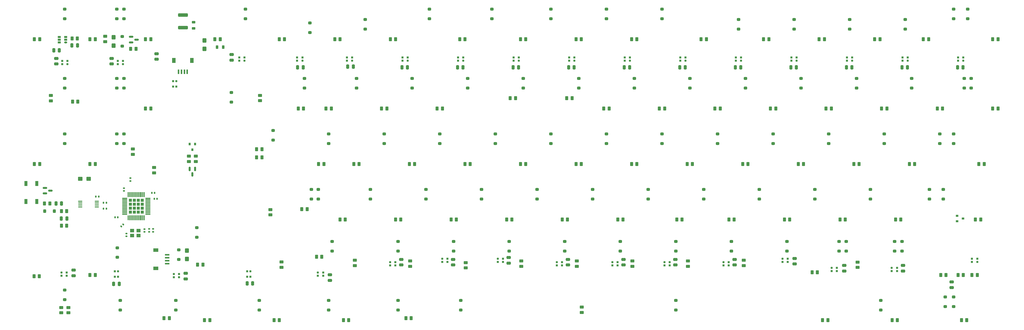
<source format=gbr>
%TF.GenerationSoftware,KiCad,Pcbnew,(6.0.0-0)*%
%TF.CreationDate,2022-01-01T21:21:08+01:00*%
%TF.ProjectId,athena,61746865-6e61-42e6-9b69-6361645f7063,V1.0.6*%
%TF.SameCoordinates,PX15cf7a1dPY4fa0663*%
%TF.FileFunction,Paste,Top*%
%TF.FilePolarity,Positive*%
%FSLAX46Y46*%
G04 Gerber Fmt 4.6, Leading zero omitted, Abs format (unit mm)*
G04 Created by KiCad (PCBNEW (6.0.0-0)) date 2022-01-01 21:21:08*
%MOMM*%
%LPD*%
G01*
G04 APERTURE LIST*
G04 Aperture macros list*
%AMRoundRect*
0 Rectangle with rounded corners*
0 $1 Rounding radius*
0 $2 $3 $4 $5 $6 $7 $8 $9 X,Y pos of 4 corners*
0 Add a 4 corners polygon primitive as box body*
4,1,4,$2,$3,$4,$5,$6,$7,$8,$9,$2,$3,0*
0 Add four circle primitives for the rounded corners*
1,1,$1+$1,$2,$3*
1,1,$1+$1,$4,$5*
1,1,$1+$1,$6,$7*
1,1,$1+$1,$8,$9*
0 Add four rect primitives between the rounded corners*
20,1,$1+$1,$2,$3,$4,$5,0*
20,1,$1+$1,$4,$5,$6,$7,0*
20,1,$1+$1,$6,$7,$8,$9,0*
20,1,$1+$1,$8,$9,$2,$3,0*%
G04 Aperture macros list end*
%ADD10RoundRect,0.250000X0.350000X-0.250000X0.350000X0.250000X-0.350000X0.250000X-0.350000X-0.250000X0*%
%ADD11RoundRect,0.175000X-0.175000X-0.175000X0.175000X-0.175000X0.175000X0.175000X-0.175000X0.175000X0*%
%ADD12R,0.700000X0.700000*%
%ADD13RoundRect,0.250000X0.250000X0.350000X-0.250000X0.350000X-0.250000X-0.350000X0.250000X-0.350000X0*%
%ADD14R,1.550000X0.600000*%
%ADD15R,1.800000X1.200000*%
%ADD16RoundRect,0.250000X0.475000X-0.250000X0.475000X0.250000X-0.475000X0.250000X-0.475000X-0.250000X0*%
%ADD17RoundRect,0.250000X0.262500X0.450000X-0.262500X0.450000X-0.262500X-0.450000X0.262500X-0.450000X0*%
%ADD18RoundRect,0.250000X-0.262500X-0.450000X0.262500X-0.450000X0.262500X0.450000X-0.262500X0.450000X0*%
%ADD19RoundRect,0.250000X-0.350000X0.250000X-0.350000X-0.250000X0.350000X-0.250000X0.350000X0.250000X0*%
%ADD20RoundRect,0.250000X-0.475000X0.250000X-0.475000X-0.250000X0.475000X-0.250000X0.475000X0.250000X0*%
%ADD21RoundRect,0.250000X-0.250000X-0.475000X0.250000X-0.475000X0.250000X0.475000X-0.250000X0.475000X0*%
%ADD22RoundRect,0.250000X-0.450000X0.262500X-0.450000X-0.262500X0.450000X-0.262500X0.450000X0.262500X0*%
%ADD23RoundRect,0.150000X-0.150000X0.587500X-0.150000X-0.587500X0.150000X-0.587500X0.150000X0.587500X0*%
%ADD24RoundRect,0.175000X0.175000X0.175000X-0.175000X0.175000X-0.175000X-0.175000X0.175000X-0.175000X0*%
%ADD25R,1.100000X1.800000*%
%ADD26RoundRect,0.175000X0.175000X-0.175000X0.175000X0.175000X-0.175000X0.175000X-0.175000X-0.175000X0*%
%ADD27RoundRect,0.250000X0.450000X-0.262500X0.450000X0.262500X-0.450000X0.262500X-0.450000X-0.262500X0*%
%ADD28RoundRect,0.250000X0.425000X-0.537500X0.425000X0.537500X-0.425000X0.537500X-0.425000X-0.537500X0*%
%ADD29RoundRect,0.135000X0.185000X-0.135000X0.185000X0.135000X-0.185000X0.135000X-0.185000X-0.135000X0*%
%ADD30RoundRect,0.250000X0.537500X0.425000X-0.537500X0.425000X-0.537500X-0.425000X0.537500X-0.425000X0*%
%ADD31R,0.600000X1.550000*%
%ADD32R,1.200000X1.800000*%
%ADD33R,1.400000X1.200000*%
%ADD34RoundRect,0.140000X-0.170000X0.140000X-0.170000X-0.140000X0.170000X-0.140000X0.170000X0.140000X0*%
%ADD35RoundRect,0.140000X0.140000X0.170000X-0.140000X0.170000X-0.140000X-0.170000X0.140000X-0.170000X0*%
%ADD36RoundRect,0.250000X1.450000X-0.312500X1.450000X0.312500X-1.450000X0.312500X-1.450000X-0.312500X0*%
%ADD37RoundRect,0.250000X0.250000X0.475000X-0.250000X0.475000X-0.250000X-0.475000X0.250000X-0.475000X0*%
%ADD38RoundRect,0.250000X0.300000X-0.300000X0.300000X0.300000X-0.300000X0.300000X-0.300000X-0.300000X0*%
%ADD39RoundRect,0.150000X0.000000X-0.750000X0.000000X0.750000X0.000000X0.750000X0.000000X-0.750000X0*%
%ADD40R,0.300000X1.800000*%
%ADD41R,1.800000X0.300000*%
%ADD42RoundRect,0.200000X-0.537500X0.000000X0.537500X0.000000X0.537500X0.000000X-0.537500X0.000000X0*%
%ADD43R,1.475000X0.400000*%
%ADD44R,0.800000X0.900000*%
%ADD45RoundRect,0.218750X-0.218750X-0.381250X0.218750X-0.381250X0.218750X0.381250X-0.218750X0.381250X0*%
%ADD46RoundRect,0.150000X-0.587500X-0.150000X0.587500X-0.150000X0.587500X0.150000X-0.587500X0.150000X0*%
%ADD47RoundRect,0.250000X-0.425000X0.537500X-0.425000X-0.537500X0.425000X-0.537500X0.425000X0.537500X0*%
%ADD48RoundRect,0.325000X0.205000X0.000000X-0.205000X0.000000X-0.205000X0.000000X0.205000X0.000000X0*%
%ADD49R,1.060000X0.650000*%
%ADD50RoundRect,0.218750X0.381250X-0.218750X0.381250X0.218750X-0.381250X0.218750X-0.381250X-0.218750X0*%
%ADD51RoundRect,0.140000X-0.021213X0.219203X-0.219203X0.021213X0.021213X-0.219203X0.219203X-0.021213X0*%
%ADD52RoundRect,0.135000X0.135000X0.185000X-0.135000X0.185000X-0.135000X-0.185000X0.135000X-0.185000X0*%
%ADD53R,0.900000X0.800000*%
G04 APERTURE END LIST*
D10*
%TO.C,D46*%
X193278124Y-85144499D03*
X193278124Y-81844499D03*
%TD*%
%TO.C,D66*%
X146843749Y-108956999D03*
X146843749Y-105656999D03*
%TD*%
D11*
%TO.C,D20*%
X354927499Y-99522624D03*
D12*
X354927499Y-98422624D03*
X353097499Y-98422624D03*
X353097499Y-99522624D03*
%TD*%
D13*
%TO.C,D3*%
X43218749Y-151158874D03*
X39918749Y-151158874D03*
%TD*%
D10*
%TO.C,D90*%
X323056249Y-147056999D03*
X323056249Y-143756999D03*
%TD*%
D14*
%TO.C,J1*%
X81904999Y-166181999D03*
X81904999Y-167181999D03*
X81904999Y-168181999D03*
X81904999Y-169181999D03*
D15*
X78029999Y-164581999D03*
X78029999Y-170781999D03*
%TD*%
D16*
%TO.C,C19*%
X43918749Y-100644499D03*
X43918749Y-98744499D03*
%TD*%
D17*
%TO.C,R87*%
X354924999Y-173108874D03*
X353099999Y-173108874D03*
%TD*%
%TO.C,R38*%
X271581249Y-115958874D03*
X269756249Y-115958874D03*
%TD*%
D16*
%TO.C,C22*%
X104000000Y-99350000D03*
X104000000Y-97450000D03*
%TD*%
D18*
%TO.C,R100*%
X354290624Y-188586999D03*
X356115624Y-188586999D03*
%TD*%
D19*
%TO.C,D1*%
X85906249Y-164444499D03*
X85906249Y-167744499D03*
%TD*%
D17*
%TO.C,R81*%
X162043749Y-154058874D03*
X160218749Y-154058874D03*
%TD*%
%TO.C,R66*%
X57268749Y-135008874D03*
X55443749Y-135008874D03*
%TD*%
D11*
%TO.C,D15*%
X259677499Y-99522624D03*
D12*
X259677499Y-98422624D03*
X257847499Y-98422624D03*
X257847499Y-99522624D03*
%TD*%
D18*
%TO.C,R102*%
X306665624Y-188586999D03*
X308490624Y-188586999D03*
%TD*%
D17*
%TO.C,R56*%
X262056249Y-135008874D03*
X260231249Y-135008874D03*
%TD*%
D10*
%TO.C,D59*%
X280193749Y-108956999D03*
X280193749Y-105656999D03*
%TD*%
D20*
%TO.C,C49*%
X88300000Y-172544019D03*
X88300000Y-174444019D03*
%TD*%
D10*
%TO.C,D55*%
X355203124Y-108956999D03*
X355203124Y-105656999D03*
%TD*%
%TO.C,D37*%
X356393749Y-85144499D03*
X356393749Y-81844499D03*
%TD*%
D21*
%TO.C,C26*%
X181500000Y-101800000D03*
X183400000Y-101800000D03*
%TD*%
D17*
%TO.C,R63*%
X135686749Y-135008874D03*
X133861749Y-135008874D03*
%TD*%
D20*
%TO.C,C42*%
X238350000Y-167744499D03*
X238350000Y-169644499D03*
%TD*%
D17*
%TO.C,R42*%
X201381249Y-112386999D03*
X199556249Y-112386999D03*
%TD*%
D22*
%TO.C,R95*%
X146300000Y-168031999D03*
X146300000Y-169856999D03*
%TD*%
%TO.C,R15*%
X91768749Y-132316374D03*
X91768749Y-134141374D03*
%TD*%
D10*
%TO.C,D104*%
X333918749Y-164916374D03*
X333918749Y-161616374D03*
%TD*%
%TO.C,D83*%
X137318749Y-128006999D03*
X137318749Y-124706999D03*
%TD*%
%TO.C,D86*%
X64690624Y-128006999D03*
X64690624Y-124706999D03*
%TD*%
%TO.C,D62*%
X223043749Y-108956999D03*
X223043749Y-105656999D03*
%TD*%
%TO.C,D110*%
X237331249Y-164916374D03*
X237331249Y-161616374D03*
%TD*%
D23*
%TO.C,Q2*%
X91518749Y-136691374D03*
X89618749Y-136691374D03*
X90568749Y-138566374D03*
%TD*%
D24*
%TO.C,D25*%
X272663124Y-168669499D03*
D12*
X272663124Y-169769499D03*
X274493124Y-169769499D03*
X274493124Y-168669499D03*
%TD*%
D25*
%TO.C,SW1*%
X33518749Y-141658874D03*
X33518749Y-147858874D03*
X37218749Y-141658874D03*
X37218749Y-147858874D03*
%TD*%
D10*
%TO.C,D73*%
X327818749Y-128006999D03*
X327818749Y-124706999D03*
%TD*%
%TO.C,D79*%
X213518749Y-128006999D03*
X213518749Y-124706999D03*
%TD*%
D18*
%TO.C,R101*%
X330478124Y-188586999D03*
X332303124Y-188586999D03*
%TD*%
D17*
%TO.C,R18*%
X326349999Y-92146374D03*
X324524999Y-92146374D03*
%TD*%
D20*
%TO.C,C46*%
X162150000Y-167744499D03*
X162150000Y-169644499D03*
%TD*%
D10*
%TO.C,D116*%
X92074999Y-160153874D03*
X92074999Y-156853874D03*
%TD*%
D18*
%TO.C,R110*%
X80856249Y-187958874D03*
X82681249Y-187958874D03*
%TD*%
D26*
%TO.C,D33*%
X110484374Y-171876374D03*
D12*
X109384374Y-171876374D03*
X109384374Y-173706374D03*
X110484374Y-173706374D03*
%TD*%
D21*
%TO.C,C28*%
X219600000Y-101800000D03*
X221500000Y-101800000D03*
%TD*%
D10*
%TO.C,D103*%
X331318749Y-164916374D03*
X331318749Y-161616374D03*
%TD*%
D24*
%TO.C,D26*%
X252422499Y-168669499D03*
D12*
X252422499Y-169769499D03*
X254252499Y-169769499D03*
X254252499Y-168669499D03*
%TD*%
D10*
%TO.C,D80*%
X194468749Y-128006999D03*
X194468749Y-124706999D03*
%TD*%
D16*
%TO.C,C21*%
X78318749Y-99044499D03*
X78318749Y-97144499D03*
%TD*%
D18*
%TO.C,R12*%
X45656249Y-156189499D03*
X47481249Y-156189499D03*
%TD*%
D21*
%TO.C,C25*%
X162450000Y-101800000D03*
X164350000Y-101800000D03*
%TD*%
D18*
%TO.C,R3*%
X49293749Y-91906999D03*
X51118749Y-91906999D03*
%TD*%
D10*
%TO.C,D87*%
X46831249Y-128006999D03*
X46831249Y-124706999D03*
%TD*%
D24*
%TO.C,D34*%
X84185000Y-172794499D03*
D12*
X84185000Y-173894499D03*
X86015000Y-173894499D03*
X86015000Y-172794499D03*
%TD*%
D10*
%TO.C,D107*%
X294481249Y-164916374D03*
X294481249Y-161616374D03*
%TD*%
%TO.C,D128*%
X46831249Y-181585124D03*
X46831249Y-178285124D03*
%TD*%
D11*
%TO.C,D16*%
X278727499Y-99522624D03*
D12*
X278727499Y-98422624D03*
X276897499Y-98422624D03*
X276897499Y-99522624D03*
%TD*%
D10*
%TO.C,D40*%
X315912499Y-88716374D03*
X315912499Y-85416374D03*
%TD*%
%TO.C,D114*%
X161131249Y-164916374D03*
X161131249Y-161616374D03*
%TD*%
%TO.C,D44*%
X232568749Y-85144499D03*
X232568749Y-81844499D03*
%TD*%
%TO.C,D49*%
X130841749Y-89906999D03*
X130841749Y-86606999D03*
%TD*%
D17*
%TO.C,R78*%
X276343749Y-154058874D03*
X274518749Y-154058874D03*
%TD*%
%TO.C,R62*%
X147756249Y-135008874D03*
X145931249Y-135008874D03*
%TD*%
D11*
%TO.C,D11*%
X183477499Y-99522624D03*
D12*
X183477499Y-98422624D03*
X181647499Y-98422624D03*
X181647499Y-99522624D03*
%TD*%
D27*
%TO.C,R90*%
X260481249Y-170131999D03*
X260481249Y-168306999D03*
%TD*%
%TO.C,R8*%
X60718749Y-93006999D03*
X60718749Y-91181999D03*
%TD*%
D17*
%TO.C,R48*%
X76318749Y-115958874D03*
X74493749Y-115958874D03*
%TD*%
D28*
%TO.C,C13*%
X63518749Y-94331999D03*
X63518749Y-91456999D03*
%TD*%
D17*
%TO.C,R7*%
X71231249Y-95494499D03*
X69406249Y-95494499D03*
%TD*%
D10*
%TO.C,D56*%
X337184999Y-108956999D03*
X337184999Y-105656999D03*
%TD*%
D29*
%TO.C,R4*%
X69324250Y-140849501D03*
X69324250Y-139829501D03*
%TD*%
D17*
%TO.C,R36*%
X309681249Y-115958874D03*
X307856249Y-115958874D03*
%TD*%
D18*
%TO.C,R10*%
X45656249Y-151158874D03*
X47481249Y-151158874D03*
%TD*%
D21*
%TO.C,C29*%
X238650000Y-101800000D03*
X240550000Y-101800000D03*
%TD*%
D10*
%TO.C,D118*%
X351631249Y-183966374D03*
X351631249Y-180666374D03*
%TD*%
D30*
%TO.C,C9*%
X54961749Y-140089499D03*
X52086749Y-140089499D03*
%TD*%
D10*
%TO.C,D58*%
X299243749Y-108956999D03*
X299243749Y-105656999D03*
%TD*%
D17*
%TO.C,R61*%
X166806249Y-135008874D03*
X164981249Y-135008874D03*
%TD*%
D11*
%TO.C,D7*%
X108468124Y-99522624D03*
D12*
X108468124Y-98422624D03*
X106638124Y-98422624D03*
X106638124Y-99522624D03*
%TD*%
D17*
%TO.C,R74*%
X238243749Y-154058874D03*
X236418749Y-154058874D03*
%TD*%
D11*
%TO.C,D13*%
X221577499Y-99522624D03*
D12*
X221577499Y-98422624D03*
X219747499Y-98422624D03*
X219747499Y-99522624D03*
%TD*%
D10*
%TO.C,D43*%
X251618749Y-85144499D03*
X251618749Y-81844499D03*
%TD*%
D20*
%TO.C,C37*%
X334250000Y-169824251D03*
X334250000Y-171724251D03*
%TD*%
D22*
%TO.C,R84*%
X318650000Y-168661751D03*
X318650000Y-170486751D03*
%TD*%
D10*
%TO.C,D51*%
X67071874Y-85144499D03*
X67071874Y-81844499D03*
%TD*%
D24*
%TO.C,D32*%
X133585000Y-172241374D03*
D12*
X133585000Y-173341374D03*
X135415000Y-173341374D03*
X135415000Y-172241374D03*
%TD*%
D22*
%TO.C,R96*%
X121100000Y-168631999D03*
X121100000Y-170456999D03*
%TD*%
D24*
%TO.C,D31*%
X158363124Y-168669499D03*
D12*
X158363124Y-169769499D03*
X160193124Y-169769499D03*
X160193124Y-168669499D03*
%TD*%
D24*
%TO.C,D22*%
X330335000Y-170621875D03*
D12*
X330335000Y-171721875D03*
X332165000Y-171721875D03*
X332165000Y-170621875D03*
%TD*%
D10*
%TO.C,D68*%
X103981249Y-113719499D03*
X103981249Y-110419499D03*
%TD*%
D31*
%TO.C,J3*%
X88812499Y-103319499D03*
X87812499Y-103319499D03*
X86812499Y-103319499D03*
X85812499Y-103319499D03*
D32*
X90412499Y-99444499D03*
X84212499Y-99444499D03*
%TD*%
D10*
%TO.C,D101*%
X133746874Y-147056999D03*
X133746874Y-143756999D03*
%TD*%
%TO.C,D94*%
X246856249Y-147056999D03*
X246856249Y-143756999D03*
%TD*%
D18*
%TO.C,R107*%
X94734374Y-188586999D03*
X96559374Y-188586999D03*
%TD*%
D11*
%TO.C,D19*%
X335877499Y-99522624D03*
D12*
X335877499Y-98422624D03*
X334047499Y-98422624D03*
X334047499Y-99522624D03*
%TD*%
D17*
%TO.C,R53*%
X319206249Y-135008874D03*
X317381249Y-135008874D03*
%TD*%
%TO.C,R59*%
X204906249Y-135008874D03*
X203081249Y-135008874D03*
%TD*%
D24*
%TO.C,D28*%
X215513124Y-168669499D03*
D12*
X215513124Y-169769499D03*
X217343124Y-169769499D03*
X217343124Y-168669499D03*
%TD*%
D21*
%TO.C,C30*%
X257700000Y-101800000D03*
X259600000Y-101800000D03*
%TD*%
D20*
%TO.C,C36*%
X350900000Y-175506999D03*
X350900000Y-177406999D03*
%TD*%
D33*
%TO.C,Y1*%
X72111749Y-157889499D03*
X69911749Y-157889499D03*
X69911749Y-159589499D03*
X72111749Y-159589499D03*
%TD*%
D11*
%TO.C,D4*%
X47746249Y-100713249D03*
D12*
X47746249Y-99613249D03*
X45916249Y-99613249D03*
X45916249Y-100713249D03*
%TD*%
D10*
%TO.C,D54*%
X357584374Y-108956999D03*
X357584374Y-105656999D03*
%TD*%
D22*
%TO.C,R103*%
X224050653Y-184114332D03*
X224050653Y-185939332D03*
%TD*%
D20*
%TO.C,C44*%
X199059375Y-167106999D03*
X199059375Y-169006999D03*
%TD*%
D11*
%TO.C,D14*%
X240627499Y-99522624D03*
D12*
X240627499Y-98422624D03*
X238797499Y-98422624D03*
X238797499Y-99522624D03*
%TD*%
D10*
%TO.C,D120*%
X326628124Y-185156999D03*
X326628124Y-181856999D03*
%TD*%
D17*
%TO.C,R72*%
X295393749Y-154058874D03*
X293568749Y-154058874D03*
%TD*%
%TO.C,R80*%
X181093749Y-154058874D03*
X179268749Y-154058874D03*
%TD*%
D10*
%TO.C,D126*%
X84931249Y-185156999D03*
X84931249Y-181856999D03*
%TD*%
D17*
%TO.C,R25*%
X184078249Y-92146374D03*
X182253249Y-92146374D03*
%TD*%
D34*
%TO.C,C15*%
X74124249Y-157339499D03*
X74124249Y-158299499D03*
%TD*%
D10*
%TO.C,D69*%
X64690624Y-108956999D03*
X64690624Y-105656999D03*
%TD*%
D18*
%TO.C,R19*%
X305474999Y-92146374D03*
X307299999Y-92146374D03*
%TD*%
D17*
%TO.C,R88*%
X304881249Y-172158874D03*
X303056249Y-172158874D03*
%TD*%
%TO.C,R70*%
X333493749Y-154058874D03*
X331668749Y-154058874D03*
%TD*%
D35*
%TO.C,C17*%
X77604249Y-144889499D03*
X76644249Y-144889499D03*
%TD*%
D17*
%TO.C,R67*%
X38218749Y-135008874D03*
X36393749Y-135008874D03*
%TD*%
D18*
%TO.C,R20*%
X286424999Y-92146374D03*
X288249999Y-92146374D03*
%TD*%
D36*
%TO.C,F1*%
X87325172Y-88162228D03*
X87325172Y-83887228D03*
%TD*%
D17*
%TO.C,R58*%
X223956249Y-135008874D03*
X222131249Y-135008874D03*
%TD*%
%TO.C,R29*%
X57268749Y-92146374D03*
X55443749Y-92146374D03*
%TD*%
D28*
%TO.C,C12*%
X94700000Y-95437500D03*
X94700000Y-92562500D03*
%TD*%
D10*
%TO.C,D57*%
X318293749Y-108956999D03*
X318293749Y-105656999D03*
%TD*%
D24*
%TO.C,D27*%
X234563124Y-168669499D03*
D12*
X234563124Y-169769499D03*
X236393124Y-169769499D03*
X236393124Y-168669499D03*
%TD*%
D10*
%TO.C,D53*%
X46831249Y-85144499D03*
X46831249Y-81844499D03*
%TD*%
D34*
%TO.C,C7*%
X67124249Y-143289499D03*
X67124249Y-144249499D03*
%TD*%
D11*
%TO.C,D17*%
X297777499Y-99522624D03*
D12*
X297777499Y-98422624D03*
X295947499Y-98422624D03*
X295947499Y-99522624D03*
%TD*%
D10*
%TO.C,D41*%
X296862499Y-88716374D03*
X296862499Y-85416374D03*
%TD*%
%TO.C,D113*%
X180181249Y-164916374D03*
X180181249Y-161616374D03*
%TD*%
D18*
%TO.C,R105*%
X142359374Y-188586999D03*
X144184374Y-188586999D03*
%TD*%
D27*
%TO.C,R91*%
X222381249Y-170131999D03*
X222381249Y-168306999D03*
%TD*%
%TO.C,R47*%
X113756249Y-113269499D03*
X113756249Y-111444499D03*
%TD*%
D10*
%TO.C,D72*%
X346868749Y-128006999D03*
X346868749Y-124706999D03*
%TD*%
D17*
%TO.C,R31*%
X76318749Y-92146374D03*
X74493749Y-92146374D03*
%TD*%
D35*
%TO.C,C5*%
X65004249Y-153289499D03*
X64044249Y-153289499D03*
%TD*%
D34*
%TO.C,C10*%
X77124249Y-157309499D03*
X77124249Y-158269499D03*
%TD*%
D11*
%TO.C,D21*%
X359683749Y-168578874D03*
D12*
X359683749Y-167478874D03*
X357853749Y-167478874D03*
X357853749Y-168578874D03*
%TD*%
D10*
%TO.C,D109*%
X256381249Y-164916374D03*
X256381249Y-161616374D03*
%TD*%
%TO.C,D89*%
X343296874Y-147056999D03*
X343296874Y-143756999D03*
%TD*%
D17*
%TO.C,R39*%
X252531249Y-115958874D03*
X250706249Y-115958874D03*
%TD*%
D10*
%TO.C,D85*%
X67071874Y-108956999D03*
X67071874Y-105656999D03*
%TD*%
%TO.C,D102*%
X67071874Y-128006999D03*
X67071874Y-124706999D03*
%TD*%
D17*
%TO.C,R64*%
X114431249Y-132694499D03*
X112606249Y-132694499D03*
%TD*%
D37*
%TO.C,C2*%
X44943749Y-95933249D03*
X43043749Y-95933249D03*
%TD*%
D10*
%TO.C,D52*%
X64690624Y-85144499D03*
X64690624Y-81844499D03*
%TD*%
D11*
%TO.C,D5*%
X66796249Y-100713249D03*
D12*
X66796249Y-99613249D03*
X64966249Y-99613249D03*
X64966249Y-100713249D03*
%TD*%
D10*
%TO.C,D125*%
X113506249Y-185156999D03*
X113506249Y-181856999D03*
%TD*%
D21*
%TO.C,C24*%
X143850000Y-101600000D03*
X145750000Y-101600000D03*
%TD*%
D10*
%TO.C,D112*%
X199231249Y-164916374D03*
X199231249Y-161616374D03*
%TD*%
D17*
%TO.C,R24*%
X204906249Y-92146374D03*
X203081249Y-92146374D03*
%TD*%
D10*
%TO.C,D74*%
X308768749Y-128006999D03*
X308768749Y-124706999D03*
%TD*%
D11*
%TO.C,D12*%
X202527499Y-99522624D03*
D12*
X202527499Y-98422624D03*
X200697499Y-98422624D03*
X200697499Y-99522624D03*
%TD*%
D38*
%TO.C,U4*%
X73364249Y-148809499D03*
X72004249Y-148809499D03*
X69284249Y-151529499D03*
X70644249Y-151529499D03*
X70644249Y-148809499D03*
X73364249Y-147449499D03*
X69284249Y-147449499D03*
X70644249Y-150169499D03*
X72004249Y-147449499D03*
X69284249Y-150169499D03*
X70644249Y-147449499D03*
X69284249Y-148809499D03*
X73364249Y-151529499D03*
X72004249Y-151529499D03*
X73364249Y-150169499D03*
X72004249Y-150169499D03*
D39*
X68574249Y-153489499D03*
D40*
X69074249Y-153489499D03*
X69574249Y-153489499D03*
X70074249Y-153489499D03*
X70574249Y-153489499D03*
X71074249Y-153489499D03*
X71574249Y-153489499D03*
X72074249Y-153489499D03*
X72574249Y-153489499D03*
X73074249Y-153489499D03*
X73574249Y-153489499D03*
X74074249Y-153489499D03*
D41*
X75324249Y-152239499D03*
X75324249Y-151739499D03*
X75324249Y-151239499D03*
X75324249Y-150739499D03*
X75324249Y-150239499D03*
X75324249Y-149739499D03*
X75324249Y-149239499D03*
X75324249Y-148739499D03*
X75324249Y-148239499D03*
X75324249Y-147739499D03*
X75324249Y-147239499D03*
X75324249Y-146739499D03*
D40*
X74074249Y-145489499D03*
X73574249Y-145489499D03*
X73074249Y-145489499D03*
X72574249Y-145489499D03*
X72074249Y-145489499D03*
X71574249Y-145489499D03*
X71074249Y-145489499D03*
X70574249Y-145489499D03*
X70074249Y-145489499D03*
X69574249Y-145489499D03*
X69074249Y-145489499D03*
X68574249Y-145489499D03*
D41*
X67324249Y-146739499D03*
X67324249Y-147239499D03*
X67324249Y-147739499D03*
X67324249Y-148239499D03*
X67324249Y-148739499D03*
X67324249Y-149239499D03*
X67324249Y-149739499D03*
X67324249Y-150239499D03*
X67324249Y-150739499D03*
X67324249Y-151239499D03*
X67324249Y-151739499D03*
X67324249Y-152239499D03*
%TD*%
D34*
%TO.C,C11*%
X75724249Y-157309499D03*
X75724249Y-158269499D03*
%TD*%
D10*
%TO.C,D42*%
X277812499Y-88716374D03*
X277812499Y-85416374D03*
%TD*%
D27*
%TO.C,R93*%
X184300000Y-170656999D03*
X184300000Y-168831999D03*
%TD*%
D21*
%TO.C,C27*%
X200550000Y-101800000D03*
X202450000Y-101800000D03*
%TD*%
D18*
%TO.C,R68*%
X112606249Y-129894499D03*
X114431249Y-129894499D03*
%TD*%
D22*
%TO.C,R82*%
X117300000Y-150631999D03*
X117300000Y-152456999D03*
%TD*%
D10*
%TO.C,D121*%
X256381249Y-185156999D03*
X256381249Y-181856999D03*
%TD*%
%TO.C,D127*%
X65881249Y-185156999D03*
X65881249Y-181856999D03*
%TD*%
D11*
%TO.C,D10*%
X164427499Y-99522624D03*
D12*
X164427499Y-98422624D03*
X162597499Y-98422624D03*
X162597499Y-99522624D03*
%TD*%
D10*
%TO.C,D124*%
X137318749Y-185156999D03*
X137318749Y-181856999D03*
%TD*%
%TO.C,D71*%
X351631249Y-128006999D03*
X351631249Y-124706999D03*
%TD*%
D35*
%TO.C,C3*%
X58454277Y-146139500D03*
X57494277Y-146139500D03*
%TD*%
D34*
%TO.C,C16*%
X67924249Y-158859499D03*
X67924249Y-159819499D03*
%TD*%
D18*
%TO.C,R104*%
X163790624Y-187894499D03*
X165615624Y-187894499D03*
%TD*%
D21*
%TO.C,C32*%
X295800000Y-101800000D03*
X297700000Y-101800000D03*
%TD*%
D10*
%TO.C,D111*%
X218281249Y-164916374D03*
X218281249Y-161616374D03*
%TD*%
D20*
%TO.C,C41*%
X256209375Y-167744499D03*
X256209375Y-169644499D03*
%TD*%
D17*
%TO.C,R69*%
X360887498Y-154058874D03*
X359062498Y-154058874D03*
%TD*%
%TO.C,R32*%
X38218749Y-92146374D03*
X36393749Y-92146374D03*
%TD*%
D27*
%TO.C,R109*%
X45640624Y-186064503D03*
X45640624Y-184239503D03*
%TD*%
D10*
%TO.C,D119*%
X348718749Y-183966374D03*
X348718749Y-180666374D03*
%TD*%
D17*
%TO.C,R23*%
X223956249Y-92146374D03*
X222131249Y-92146374D03*
%TD*%
%TO.C,R13*%
X38081249Y-173558874D03*
X36256249Y-173558874D03*
%TD*%
D42*
%TO.C,U3*%
X52111777Y-147764500D03*
D43*
X52111777Y-148414500D03*
X52111777Y-149064500D03*
X52111777Y-149714500D03*
X57836777Y-149714500D03*
X57836777Y-149064500D03*
X57836777Y-148414500D03*
X57836777Y-147764500D03*
%TD*%
D44*
%TO.C,Q3*%
X91524998Y-128133662D03*
X89624998Y-128133662D03*
X90574998Y-130133662D03*
%TD*%
D27*
%TO.C,R50*%
X42068749Y-113299499D03*
X42068749Y-111474499D03*
%TD*%
D17*
%TO.C,R51*%
X362068749Y-135008874D03*
X360243749Y-135008874D03*
%TD*%
D10*
%TO.C,D75*%
X289718749Y-128006999D03*
X289718749Y-124706999D03*
%TD*%
%TO.C,D78*%
X232568749Y-128006999D03*
X232568749Y-124706999D03*
%TD*%
D45*
%TO.C,FB2*%
X99017499Y-94881999D03*
X101142499Y-94881999D03*
%TD*%
D10*
%TO.C,D38*%
X351631249Y-85144499D03*
X351631249Y-81844499D03*
%TD*%
D26*
%TO.C,D35*%
X65050000Y-171876374D03*
D12*
X63950000Y-171876374D03*
X63950000Y-173706374D03*
X65050000Y-173706374D03*
%TD*%
D22*
%TO.C,R6*%
X77406249Y-136194499D03*
X77406249Y-138019499D03*
%TD*%
D17*
%TO.C,R22*%
X243006249Y-92146374D03*
X241181249Y-92146374D03*
%TD*%
%TO.C,R55*%
X281106249Y-135008874D03*
X279281249Y-135008874D03*
%TD*%
%TO.C,R26*%
X160265749Y-92146374D03*
X158440749Y-92146374D03*
%TD*%
D20*
%TO.C,C51*%
X49800000Y-171424251D03*
X49800000Y-173324251D03*
%TD*%
D10*
%TO.C,D84*%
X118268749Y-126816374D03*
X118268749Y-123516374D03*
%TD*%
%TO.C,D70*%
X46831249Y-108956999D03*
X46831249Y-105656999D03*
%TD*%
D17*
%TO.C,R98*%
X57268749Y-173108874D03*
X55443749Y-173108874D03*
%TD*%
D46*
%TO.C,U5*%
X69581249Y-91344499D03*
X69581249Y-93244499D03*
X71456249Y-92294499D03*
%TD*%
D17*
%TO.C,R45*%
X138231249Y-115958874D03*
X136406249Y-115958874D03*
%TD*%
D10*
%TO.C,D63*%
X203993749Y-108956999D03*
X203993749Y-105656999D03*
%TD*%
D21*
%TO.C,C34*%
X333900000Y-101800000D03*
X335800000Y-101800000D03*
%TD*%
D10*
%TO.C,D77*%
X251618749Y-128006999D03*
X251618749Y-124706999D03*
%TD*%
%TO.C,D92*%
X284956249Y-147056999D03*
X284956249Y-143756999D03*
%TD*%
D17*
%TO.C,R21*%
X266818749Y-92146374D03*
X264993749Y-92146374D03*
%TD*%
%TO.C,R28*%
X122165749Y-92146374D03*
X120340749Y-92146374D03*
%TD*%
%TO.C,R76*%
X142993749Y-154058874D03*
X141168749Y-154058874D03*
%TD*%
%TO.C,R44*%
X157281249Y-115958874D03*
X155456249Y-115958874D03*
%TD*%
D47*
%TO.C,C6*%
X88700000Y-164706999D03*
X88700000Y-167581999D03*
%TD*%
D17*
%TO.C,R49*%
X51315624Y-113577624D03*
X49490624Y-113577624D03*
%TD*%
D21*
%TO.C,C31*%
X276750000Y-101800000D03*
X278650000Y-101800000D03*
%TD*%
D20*
%TO.C,C43*%
X219300000Y-167744499D03*
X219300000Y-169644499D03*
%TD*%
D24*
%TO.C,D36*%
X45666249Y-172241374D03*
D12*
X45666249Y-173341374D03*
X47496249Y-173341374D03*
X47496249Y-172241374D03*
%TD*%
D17*
%TO.C,R86*%
X359687499Y-173108874D03*
X357862499Y-173108874D03*
%TD*%
%TO.C,R85*%
X134937499Y-166838249D03*
X133112499Y-166838249D03*
%TD*%
%TO.C,R73*%
X258484374Y-154058874D03*
X256659374Y-154058874D03*
%TD*%
D10*
%TO.C,D96*%
X208756249Y-147056999D03*
X208756249Y-143756999D03*
%TD*%
%TO.C,D97*%
X189706249Y-147056999D03*
X189706249Y-143756999D03*
%TD*%
D48*
%TO.C,U1*%
X47106249Y-93294499D03*
D49*
X47106249Y-92344499D03*
X47106249Y-91394499D03*
X44906249Y-91394499D03*
X44906249Y-92344499D03*
X44906249Y-93294499D03*
%TD*%
D21*
%TO.C,C14*%
X45618749Y-153758874D03*
X47518749Y-153758874D03*
%TD*%
D10*
%TO.C,D123*%
X161131249Y-185156999D03*
X161131249Y-181856999D03*
%TD*%
D22*
%TO.C,R14*%
X89368749Y-132316374D03*
X89368749Y-134141374D03*
%TD*%
D37*
%TO.C,C1*%
X51156249Y-94307000D03*
X49256249Y-94307000D03*
%TD*%
D10*
%TO.C,D47*%
X171846874Y-85144499D03*
X171846874Y-81844499D03*
%TD*%
%TO.C,D64*%
X184943749Y-108956999D03*
X184943749Y-105656999D03*
%TD*%
%TO.C,D105*%
X314721874Y-164916374D03*
X314721874Y-161616374D03*
%TD*%
D20*
%TO.C,C47*%
X137700000Y-173028394D03*
X137700000Y-174928394D03*
%TD*%
D10*
%TO.C,D91*%
X304006249Y-147056999D03*
X304006249Y-143756999D03*
%TD*%
D24*
%TO.C,D29*%
X195272499Y-167478874D03*
D12*
X195272499Y-168578874D03*
X197102499Y-168578874D03*
X197102499Y-167478874D03*
%TD*%
D10*
%TO.C,D122*%
X182562499Y-185156999D03*
X182562499Y-181856999D03*
%TD*%
D17*
%TO.C,R60*%
X185856249Y-135008874D03*
X184031249Y-135008874D03*
%TD*%
D10*
%TO.C,D93*%
X265906249Y-147056999D03*
X265906249Y-143756999D03*
%TD*%
D50*
%TO.C,FB1*%
X90968749Y-88421374D03*
X90968749Y-86296374D03*
%TD*%
D24*
%TO.C,D24*%
X292903749Y-167478874D03*
D12*
X292903749Y-168578874D03*
X294733749Y-168578874D03*
X294733749Y-167478874D03*
%TD*%
D17*
%TO.C,R30*%
X100131249Y-92146374D03*
X98306249Y-92146374D03*
%TD*%
D51*
%TO.C,C4*%
X66863660Y-155750088D03*
X66184838Y-156428910D03*
%TD*%
D17*
%TO.C,R75*%
X219193749Y-154058874D03*
X217368749Y-154058874D03*
%TD*%
%TO.C,R37*%
X290631249Y-115958874D03*
X288806249Y-115958874D03*
%TD*%
%TO.C,R40*%
X233481249Y-115958874D03*
X231656249Y-115958874D03*
%TD*%
D21*
%TO.C,C8*%
X43818749Y-148558874D03*
X45718749Y-148558874D03*
%TD*%
D17*
%TO.C,R43*%
X176331249Y-115958874D03*
X174506249Y-115958874D03*
%TD*%
D10*
%TO.C,D100*%
X131365624Y-147056999D03*
X131365624Y-143756999D03*
%TD*%
D52*
%TO.C,R2*%
X61084277Y-148339500D03*
X60064277Y-148339500D03*
%TD*%
D10*
%TO.C,D108*%
X275431249Y-164916374D03*
X275431249Y-161616374D03*
%TD*%
%TO.C,D88*%
X348059374Y-147056999D03*
X348059374Y-143756999D03*
%TD*%
D17*
%TO.C,R83*%
X348971874Y-173108874D03*
X347146874Y-173108874D03*
%TD*%
D10*
%TO.C,D67*%
X128984374Y-108956999D03*
X128984374Y-105656999D03*
%TD*%
D11*
%TO.C,D9*%
X145377499Y-99522624D03*
D12*
X145377499Y-98422624D03*
X143547499Y-98422624D03*
X143547499Y-99522624D03*
%TD*%
D17*
%TO.C,R35*%
X328731249Y-115958874D03*
X326906249Y-115958874D03*
%TD*%
D27*
%TO.C,R89*%
X279637499Y-169886751D03*
X279637499Y-168061751D03*
%TD*%
D10*
%TO.C,D48*%
X149815549Y-88716374D03*
X149815549Y-85416374D03*
%TD*%
D17*
%TO.C,R46*%
X128706249Y-115958874D03*
X126881249Y-115958874D03*
%TD*%
D53*
%TO.C,Q4*%
X352774998Y-152783662D03*
X352774998Y-154683662D03*
X354774998Y-153733662D03*
%TD*%
D10*
%TO.C,D117*%
X64800000Y-167050000D03*
X64800000Y-163750000D03*
%TD*%
D17*
%TO.C,R34*%
X347799999Y-115958874D03*
X345974999Y-115958874D03*
%TD*%
D27*
%TO.C,R108*%
X48021874Y-186064503D03*
X48021874Y-184239503D03*
%TD*%
D18*
%TO.C,R106*%
X118546874Y-188586999D03*
X120371874Y-188586999D03*
%TD*%
D22*
%TO.C,R94*%
X165231249Y-168306999D03*
X165231249Y-170131999D03*
%TD*%
D27*
%TO.C,R92*%
X203331249Y-170131999D03*
X203331249Y-168306999D03*
%TD*%
D10*
%TO.C,D76*%
X270668749Y-128006999D03*
X270668749Y-124706999D03*
%TD*%
D17*
%TO.C,R57*%
X243006249Y-135008874D03*
X241181249Y-135008874D03*
%TD*%
D21*
%TO.C,C35*%
X352950000Y-101800000D03*
X354850000Y-101800000D03*
%TD*%
D17*
%TO.C,R17*%
X343018749Y-92146374D03*
X341193749Y-92146374D03*
%TD*%
D10*
%TO.C,D98*%
X170656249Y-147056999D03*
X170656249Y-143756999D03*
%TD*%
D37*
%TO.C,C50*%
X65470001Y-176144499D03*
X63570001Y-176144499D03*
%TD*%
D21*
%TO.C,C23*%
X126650000Y-101800000D03*
X128550000Y-101800000D03*
%TD*%
D19*
%TO.C,D2*%
X66518749Y-91244499D03*
X66518749Y-94544499D03*
%TD*%
D27*
%TO.C,R99*%
X241431249Y-170131999D03*
X241431249Y-168306999D03*
%TD*%
D10*
%TO.C,D81*%
X175418749Y-128006999D03*
X175418749Y-124706999D03*
%TD*%
D17*
%TO.C,R27*%
X141215749Y-92146374D03*
X139390749Y-92146374D03*
%TD*%
D20*
%TO.C,C45*%
X180009375Y-167744499D03*
X180009375Y-169644499D03*
%TD*%
D10*
%TO.C,D65*%
X165893749Y-108956999D03*
X165893749Y-105656999D03*
%TD*%
%TO.C,D50*%
X108743749Y-85144499D03*
X108743749Y-81844499D03*
%TD*%
D37*
%TO.C,C48*%
X111250000Y-175944499D03*
X109350000Y-175944499D03*
%TD*%
D17*
%TO.C,R77*%
X129896874Y-150486999D03*
X128071874Y-150486999D03*
%TD*%
%TO.C,R52*%
X338256249Y-135008874D03*
X336431249Y-135008874D03*
%TD*%
D20*
%TO.C,C40*%
X276450000Y-167744499D03*
X276450000Y-169644499D03*
%TD*%
D17*
%TO.C,R33*%
X366831249Y-115958874D03*
X365006249Y-115958874D03*
%TD*%
D10*
%TO.C,D106*%
X312340624Y-164916374D03*
X312340624Y-161616374D03*
%TD*%
D17*
%TO.C,R54*%
X300156249Y-135008874D03*
X298331249Y-135008874D03*
%TD*%
D18*
%TO.C,R5*%
X39856249Y-148558874D03*
X41681249Y-148558874D03*
%TD*%
D10*
%TO.C,D115*%
X138509374Y-164916374D03*
X138509374Y-161616374D03*
%TD*%
D20*
%TO.C,C38*%
X314050000Y-169824251D03*
X314050000Y-171724251D03*
%TD*%
D10*
%TO.C,D61*%
X242093749Y-108956999D03*
X242093749Y-105656999D03*
%TD*%
D17*
%TO.C,R41*%
X220781249Y-112386999D03*
X218956249Y-112386999D03*
%TD*%
D22*
%TO.C,R65*%
X70168749Y-129846374D03*
X70168749Y-131671374D03*
%TD*%
D35*
%TO.C,C18*%
X78454277Y-146939500D03*
X77494277Y-146939500D03*
%TD*%
D10*
%TO.C,D82*%
X156368749Y-128006999D03*
X156368749Y-124706999D03*
%TD*%
D11*
%TO.C,D18*%
X316827499Y-99522624D03*
D12*
X316827499Y-98422624D03*
X314997499Y-98422624D03*
X314997499Y-99522624D03*
%TD*%
D46*
%TO.C,Q1*%
X40031249Y-143208874D03*
X40031249Y-145108874D03*
X41906249Y-144158874D03*
%TD*%
D17*
%TO.C,R16*%
X366831249Y-92146374D03*
X365006249Y-92146374D03*
%TD*%
D10*
%TO.C,D45*%
X213518749Y-85144499D03*
X213518749Y-81844499D03*
%TD*%
%TO.C,D99*%
X151606249Y-147056999D03*
X151606249Y-143756999D03*
%TD*%
D24*
%TO.C,D30*%
X176222499Y-167478874D03*
D12*
X176222499Y-168578874D03*
X178052499Y-168578874D03*
X178052499Y-167478874D03*
%TD*%
D16*
%TO.C,C20*%
X62918749Y-100644499D03*
X62918749Y-98744499D03*
%TD*%
D21*
%TO.C,C33*%
X314850000Y-101800000D03*
X316750000Y-101800000D03*
%TD*%
D10*
%TO.C,D95*%
X227806249Y-147056999D03*
X227806249Y-143756999D03*
%TD*%
D20*
%TO.C,C39*%
X297050000Y-167421875D03*
X297050000Y-169321875D03*
%TD*%
D17*
%TO.C,R97*%
X94178124Y-169536999D03*
X92353124Y-169536999D03*
%TD*%
D24*
%TO.C,D23*%
X309735000Y-170621875D03*
D12*
X309735000Y-171721875D03*
X311565000Y-171721875D03*
X311565000Y-170621875D03*
%TD*%
D52*
%TO.C,R1*%
X61084277Y-150339500D03*
X60064277Y-150339500D03*
%TD*%
D10*
%TO.C,D39*%
X334962499Y-88716374D03*
X334962499Y-85416374D03*
%TD*%
D17*
%TO.C,R79*%
X200143749Y-154058874D03*
X198318749Y-154058874D03*
%TD*%
D10*
%TO.C,D60*%
X261143749Y-108956999D03*
X261143749Y-105656999D03*
%TD*%
D17*
%TO.C,R71*%
X314443749Y-154058874D03*
X312618749Y-154058874D03*
%TD*%
D26*
%TO.C,D6*%
X85068749Y-106579499D03*
D12*
X83968749Y-106579499D03*
X83968749Y-108409499D03*
X85068749Y-108409499D03*
%TD*%
D11*
%TO.C,D8*%
X128315000Y-99550000D03*
D12*
X128315000Y-98450000D03*
X126485000Y-98450000D03*
X126485000Y-99550000D03*
%TD*%
M02*

</source>
